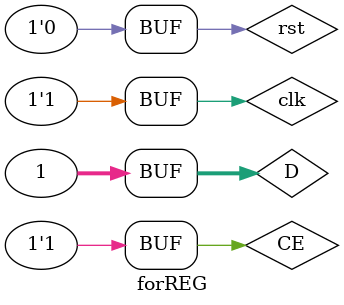
<source format=v>
`timescale 1ns / 1ps


module forREG;

	// Inputs
	reg clk;
	reg rst;
	reg CE;
	reg [31:0] D;

	// Outputs
	wire [31:0] Q;

	// Instantiate the Unit Under Test (UUT)
	REG32 uut (
		.clk(clk), 
		.rst(rst), 
		.CE(CE), 
		.D(D), 
		.Q(Q)
	);

	initial begin
		// Initialize Inputs
		clk = 0;
		rst = 0;
		CE = 0;
		D = 0;

		// Wait 100 ns for global reset to finish
		#100;
		rst=1;
		#100;
		rst=0;
		#100;
      D=1;
		CE=1;
		#100;
		clk=1;
		// Add stimulus here

	end
      
endmodule


</source>
